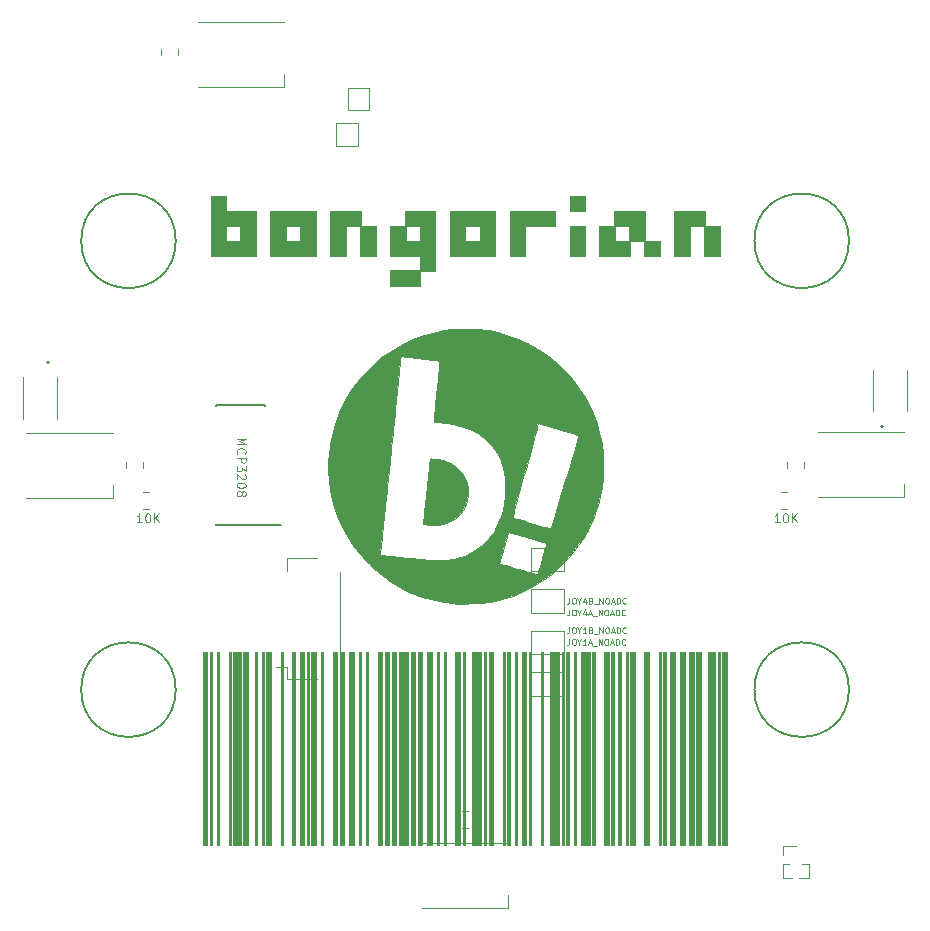
<source format=gto>
G04 #@! TF.GenerationSoftware,KiCad,Pcbnew,(5.0.0)*
G04 #@! TF.CreationDate,2018-11-07T01:04:36+09:00*
G04 #@! TF.ProjectId,handheld_machine_back,68616E6468656C645F6D616368696E65,rev?*
G04 #@! TF.SameCoordinates,Original*
G04 #@! TF.FileFunction,Legend,Top*
G04 #@! TF.FilePolarity,Positive*
%FSLAX46Y46*%
G04 Gerber Fmt 4.6, Leading zero omitted, Abs format (unit mm)*
G04 Created by KiCad (PCBNEW (5.0.0)) date 11/07/18 01:04:36*
%MOMM*%
%LPD*%
G01*
G04 APERTURE LIST*
%ADD10C,0.100000*%
%ADD11C,0.150000*%
%ADD12C,0.120000*%
%ADD13C,0.200000*%
%ADD14C,0.010000*%
G04 APERTURE END LIST*
D10*
X146826904Y-123226190D02*
X146826904Y-123583333D01*
X146803095Y-123654761D01*
X146755476Y-123702380D01*
X146684047Y-123726190D01*
X146636428Y-123726190D01*
X147160238Y-123226190D02*
X147255476Y-123226190D01*
X147303095Y-123250000D01*
X147350714Y-123297619D01*
X147374523Y-123392857D01*
X147374523Y-123559523D01*
X147350714Y-123654761D01*
X147303095Y-123702380D01*
X147255476Y-123726190D01*
X147160238Y-123726190D01*
X147112619Y-123702380D01*
X147065000Y-123654761D01*
X147041190Y-123559523D01*
X147041190Y-123392857D01*
X147065000Y-123297619D01*
X147112619Y-123250000D01*
X147160238Y-123226190D01*
X147684047Y-123488095D02*
X147684047Y-123726190D01*
X147517380Y-123226190D02*
X147684047Y-123488095D01*
X147850714Y-123226190D01*
X148231666Y-123392857D02*
X148231666Y-123726190D01*
X148112619Y-123202380D02*
X147993571Y-123559523D01*
X148303095Y-123559523D01*
X148660238Y-123464285D02*
X148731666Y-123488095D01*
X148755476Y-123511904D01*
X148779285Y-123559523D01*
X148779285Y-123630952D01*
X148755476Y-123678571D01*
X148731666Y-123702380D01*
X148684047Y-123726190D01*
X148493571Y-123726190D01*
X148493571Y-123226190D01*
X148660238Y-123226190D01*
X148707857Y-123250000D01*
X148731666Y-123273809D01*
X148755476Y-123321428D01*
X148755476Y-123369047D01*
X148731666Y-123416666D01*
X148707857Y-123440476D01*
X148660238Y-123464285D01*
X148493571Y-123464285D01*
X148874523Y-123773809D02*
X149255476Y-123773809D01*
X149374523Y-123726190D02*
X149374523Y-123226190D01*
X149660238Y-123726190D01*
X149660238Y-123226190D01*
X149993571Y-123226190D02*
X150088809Y-123226190D01*
X150136428Y-123250000D01*
X150184047Y-123297619D01*
X150207857Y-123392857D01*
X150207857Y-123559523D01*
X150184047Y-123654761D01*
X150136428Y-123702380D01*
X150088809Y-123726190D01*
X149993571Y-123726190D01*
X149945952Y-123702380D01*
X149898333Y-123654761D01*
X149874523Y-123559523D01*
X149874523Y-123392857D01*
X149898333Y-123297619D01*
X149945952Y-123250000D01*
X149993571Y-123226190D01*
X150398333Y-123583333D02*
X150636428Y-123583333D01*
X150350714Y-123726190D02*
X150517380Y-123226190D01*
X150684047Y-123726190D01*
X150850714Y-123726190D02*
X150850714Y-123226190D01*
X150969761Y-123226190D01*
X151041190Y-123250000D01*
X151088809Y-123297619D01*
X151112619Y-123345238D01*
X151136428Y-123440476D01*
X151136428Y-123511904D01*
X151112619Y-123607142D01*
X151088809Y-123654761D01*
X151041190Y-123702380D01*
X150969761Y-123726190D01*
X150850714Y-123726190D01*
X151636428Y-123678571D02*
X151612619Y-123702380D01*
X151541190Y-123726190D01*
X151493571Y-123726190D01*
X151422142Y-123702380D01*
X151374523Y-123654761D01*
X151350714Y-123607142D01*
X151326904Y-123511904D01*
X151326904Y-123440476D01*
X151350714Y-123345238D01*
X151374523Y-123297619D01*
X151422142Y-123250000D01*
X151493571Y-123226190D01*
X151541190Y-123226190D01*
X151612619Y-123250000D01*
X151636428Y-123273809D01*
X146826904Y-124226190D02*
X146826904Y-124583333D01*
X146803095Y-124654761D01*
X146755476Y-124702380D01*
X146684047Y-124726190D01*
X146636428Y-124726190D01*
X147160238Y-124226190D02*
X147255476Y-124226190D01*
X147303095Y-124250000D01*
X147350714Y-124297619D01*
X147374523Y-124392857D01*
X147374523Y-124559523D01*
X147350714Y-124654761D01*
X147303095Y-124702380D01*
X147255476Y-124726190D01*
X147160238Y-124726190D01*
X147112619Y-124702380D01*
X147065000Y-124654761D01*
X147041190Y-124559523D01*
X147041190Y-124392857D01*
X147065000Y-124297619D01*
X147112619Y-124250000D01*
X147160238Y-124226190D01*
X147684047Y-124488095D02*
X147684047Y-124726190D01*
X147517380Y-124226190D02*
X147684047Y-124488095D01*
X147850714Y-124226190D01*
X148231666Y-124392857D02*
X148231666Y-124726190D01*
X148112619Y-124202380D02*
X147993571Y-124559523D01*
X148303095Y-124559523D01*
X148469761Y-124583333D02*
X148707857Y-124583333D01*
X148422142Y-124726190D02*
X148588809Y-124226190D01*
X148755476Y-124726190D01*
X148803095Y-124773809D02*
X149184047Y-124773809D01*
X149303095Y-124726190D02*
X149303095Y-124226190D01*
X149588809Y-124726190D01*
X149588809Y-124226190D01*
X149922142Y-124226190D02*
X150017380Y-124226190D01*
X150065000Y-124250000D01*
X150112619Y-124297619D01*
X150136428Y-124392857D01*
X150136428Y-124559523D01*
X150112619Y-124654761D01*
X150065000Y-124702380D01*
X150017380Y-124726190D01*
X149922142Y-124726190D01*
X149874523Y-124702380D01*
X149826904Y-124654761D01*
X149803095Y-124559523D01*
X149803095Y-124392857D01*
X149826904Y-124297619D01*
X149874523Y-124250000D01*
X149922142Y-124226190D01*
X150326904Y-124583333D02*
X150565000Y-124583333D01*
X150279285Y-124726190D02*
X150445952Y-124226190D01*
X150612619Y-124726190D01*
X150779285Y-124726190D02*
X150779285Y-124226190D01*
X150898333Y-124226190D01*
X150969761Y-124250000D01*
X151017380Y-124297619D01*
X151041190Y-124345238D01*
X151065000Y-124440476D01*
X151065000Y-124511904D01*
X151041190Y-124607142D01*
X151017380Y-124654761D01*
X150969761Y-124702380D01*
X150898333Y-124726190D01*
X150779285Y-124726190D01*
X151565000Y-124678571D02*
X151541190Y-124702380D01*
X151469761Y-124726190D01*
X151422142Y-124726190D01*
X151350714Y-124702380D01*
X151303095Y-124654761D01*
X151279285Y-124607142D01*
X151255476Y-124511904D01*
X151255476Y-124440476D01*
X151279285Y-124345238D01*
X151303095Y-124297619D01*
X151350714Y-124250000D01*
X151422142Y-124226190D01*
X151469761Y-124226190D01*
X151541190Y-124250000D01*
X151565000Y-124273809D01*
X146826904Y-125726190D02*
X146826904Y-126083333D01*
X146803095Y-126154761D01*
X146755476Y-126202380D01*
X146684047Y-126226190D01*
X146636428Y-126226190D01*
X147160238Y-125726190D02*
X147255476Y-125726190D01*
X147303095Y-125750000D01*
X147350714Y-125797619D01*
X147374523Y-125892857D01*
X147374523Y-126059523D01*
X147350714Y-126154761D01*
X147303095Y-126202380D01*
X147255476Y-126226190D01*
X147160238Y-126226190D01*
X147112619Y-126202380D01*
X147065000Y-126154761D01*
X147041190Y-126059523D01*
X147041190Y-125892857D01*
X147065000Y-125797619D01*
X147112619Y-125750000D01*
X147160238Y-125726190D01*
X147684047Y-125988095D02*
X147684047Y-126226190D01*
X147517380Y-125726190D02*
X147684047Y-125988095D01*
X147850714Y-125726190D01*
X148279285Y-126226190D02*
X147993571Y-126226190D01*
X148136428Y-126226190D02*
X148136428Y-125726190D01*
X148088809Y-125797619D01*
X148041190Y-125845238D01*
X147993571Y-125869047D01*
X148660238Y-125964285D02*
X148731666Y-125988095D01*
X148755476Y-126011904D01*
X148779285Y-126059523D01*
X148779285Y-126130952D01*
X148755476Y-126178571D01*
X148731666Y-126202380D01*
X148684047Y-126226190D01*
X148493571Y-126226190D01*
X148493571Y-125726190D01*
X148660238Y-125726190D01*
X148707857Y-125750000D01*
X148731666Y-125773809D01*
X148755476Y-125821428D01*
X148755476Y-125869047D01*
X148731666Y-125916666D01*
X148707857Y-125940476D01*
X148660238Y-125964285D01*
X148493571Y-125964285D01*
X148874523Y-126273809D02*
X149255476Y-126273809D01*
X149374523Y-126226190D02*
X149374523Y-125726190D01*
X149660238Y-126226190D01*
X149660238Y-125726190D01*
X149993571Y-125726190D02*
X150088809Y-125726190D01*
X150136428Y-125750000D01*
X150184047Y-125797619D01*
X150207857Y-125892857D01*
X150207857Y-126059523D01*
X150184047Y-126154761D01*
X150136428Y-126202380D01*
X150088809Y-126226190D01*
X149993571Y-126226190D01*
X149945952Y-126202380D01*
X149898333Y-126154761D01*
X149874523Y-126059523D01*
X149874523Y-125892857D01*
X149898333Y-125797619D01*
X149945952Y-125750000D01*
X149993571Y-125726190D01*
X150398333Y-126083333D02*
X150636428Y-126083333D01*
X150350714Y-126226190D02*
X150517380Y-125726190D01*
X150684047Y-126226190D01*
X150850714Y-126226190D02*
X150850714Y-125726190D01*
X150969761Y-125726190D01*
X151041190Y-125750000D01*
X151088809Y-125797619D01*
X151112619Y-125845238D01*
X151136428Y-125940476D01*
X151136428Y-126011904D01*
X151112619Y-126107142D01*
X151088809Y-126154761D01*
X151041190Y-126202380D01*
X150969761Y-126226190D01*
X150850714Y-126226190D01*
X151636428Y-126178571D02*
X151612619Y-126202380D01*
X151541190Y-126226190D01*
X151493571Y-126226190D01*
X151422142Y-126202380D01*
X151374523Y-126154761D01*
X151350714Y-126107142D01*
X151326904Y-126011904D01*
X151326904Y-125940476D01*
X151350714Y-125845238D01*
X151374523Y-125797619D01*
X151422142Y-125750000D01*
X151493571Y-125726190D01*
X151541190Y-125726190D01*
X151612619Y-125750000D01*
X151636428Y-125773809D01*
X146826904Y-126726190D02*
X146826904Y-127083333D01*
X146803095Y-127154761D01*
X146755476Y-127202380D01*
X146684047Y-127226190D01*
X146636428Y-127226190D01*
X147160238Y-126726190D02*
X147255476Y-126726190D01*
X147303095Y-126750000D01*
X147350714Y-126797619D01*
X147374523Y-126892857D01*
X147374523Y-127059523D01*
X147350714Y-127154761D01*
X147303095Y-127202380D01*
X147255476Y-127226190D01*
X147160238Y-127226190D01*
X147112619Y-127202380D01*
X147065000Y-127154761D01*
X147041190Y-127059523D01*
X147041190Y-126892857D01*
X147065000Y-126797619D01*
X147112619Y-126750000D01*
X147160238Y-126726190D01*
X147684047Y-126988095D02*
X147684047Y-127226190D01*
X147517380Y-126726190D02*
X147684047Y-126988095D01*
X147850714Y-126726190D01*
X148279285Y-127226190D02*
X147993571Y-127226190D01*
X148136428Y-127226190D02*
X148136428Y-126726190D01*
X148088809Y-126797619D01*
X148041190Y-126845238D01*
X147993571Y-126869047D01*
X148469761Y-127083333D02*
X148707857Y-127083333D01*
X148422142Y-127226190D02*
X148588809Y-126726190D01*
X148755476Y-127226190D01*
X148803095Y-127273809D02*
X149184047Y-127273809D01*
X149303095Y-127226190D02*
X149303095Y-126726190D01*
X149588809Y-127226190D01*
X149588809Y-126726190D01*
X149922142Y-126726190D02*
X150017380Y-126726190D01*
X150065000Y-126750000D01*
X150112619Y-126797619D01*
X150136428Y-126892857D01*
X150136428Y-127059523D01*
X150112619Y-127154761D01*
X150065000Y-127202380D01*
X150017380Y-127226190D01*
X149922142Y-127226190D01*
X149874523Y-127202380D01*
X149826904Y-127154761D01*
X149803095Y-127059523D01*
X149803095Y-126892857D01*
X149826904Y-126797619D01*
X149874523Y-126750000D01*
X149922142Y-126726190D01*
X150326904Y-127083333D02*
X150565000Y-127083333D01*
X150279285Y-127226190D02*
X150445952Y-126726190D01*
X150612619Y-127226190D01*
X150779285Y-127226190D02*
X150779285Y-126726190D01*
X150898333Y-126726190D01*
X150969761Y-126750000D01*
X151017380Y-126797619D01*
X151041190Y-126845238D01*
X151065000Y-126940476D01*
X151065000Y-127011904D01*
X151041190Y-127107142D01*
X151017380Y-127154761D01*
X150969761Y-127202380D01*
X150898333Y-127226190D01*
X150779285Y-127226190D01*
X151565000Y-127178571D02*
X151541190Y-127202380D01*
X151469761Y-127226190D01*
X151422142Y-127226190D01*
X151350714Y-127202380D01*
X151303095Y-127154761D01*
X151279285Y-127107142D01*
X151255476Y-127011904D01*
X151255476Y-126940476D01*
X151279285Y-126845238D01*
X151303095Y-126797619D01*
X151350714Y-126750000D01*
X151422142Y-126726190D01*
X151469761Y-126726190D01*
X151541190Y-126750000D01*
X151565000Y-126773809D01*
X164636428Y-116839285D02*
X164207857Y-116839285D01*
X164422142Y-116839285D02*
X164422142Y-116089285D01*
X164350714Y-116196428D01*
X164279285Y-116267857D01*
X164207857Y-116303571D01*
X165100714Y-116089285D02*
X165172142Y-116089285D01*
X165243571Y-116125000D01*
X165279285Y-116160714D01*
X165315000Y-116232142D01*
X165350714Y-116375000D01*
X165350714Y-116553571D01*
X165315000Y-116696428D01*
X165279285Y-116767857D01*
X165243571Y-116803571D01*
X165172142Y-116839285D01*
X165100714Y-116839285D01*
X165029285Y-116803571D01*
X164993571Y-116767857D01*
X164957857Y-116696428D01*
X164922142Y-116553571D01*
X164922142Y-116375000D01*
X164957857Y-116232142D01*
X164993571Y-116160714D01*
X165029285Y-116125000D01*
X165100714Y-116089285D01*
X165672142Y-116839285D02*
X165672142Y-116089285D01*
X166100714Y-116839285D02*
X165779285Y-116410714D01*
X166100714Y-116089285D02*
X165672142Y-116517857D01*
X110636428Y-116839285D02*
X110207857Y-116839285D01*
X110422142Y-116839285D02*
X110422142Y-116089285D01*
X110350714Y-116196428D01*
X110279285Y-116267857D01*
X110207857Y-116303571D01*
X111100714Y-116089285D02*
X111172142Y-116089285D01*
X111243571Y-116125000D01*
X111279285Y-116160714D01*
X111315000Y-116232142D01*
X111350714Y-116375000D01*
X111350714Y-116553571D01*
X111315000Y-116696428D01*
X111279285Y-116767857D01*
X111243571Y-116803571D01*
X111172142Y-116839285D01*
X111100714Y-116839285D01*
X111029285Y-116803571D01*
X110993571Y-116767857D01*
X110957857Y-116696428D01*
X110922142Y-116553571D01*
X110922142Y-116375000D01*
X110957857Y-116232142D01*
X110993571Y-116160714D01*
X111029285Y-116125000D01*
X111100714Y-116089285D01*
X111672142Y-116839285D02*
X111672142Y-116089285D01*
X112100714Y-116839285D02*
X111779285Y-116410714D01*
X112100714Y-116089285D02*
X111672142Y-116517857D01*
X118660714Y-109743571D02*
X119410714Y-109743571D01*
X118875000Y-109993571D01*
X119410714Y-110243571D01*
X118660714Y-110243571D01*
X118732142Y-111029285D02*
X118696428Y-110993571D01*
X118660714Y-110886428D01*
X118660714Y-110815000D01*
X118696428Y-110707857D01*
X118767857Y-110636428D01*
X118839285Y-110600714D01*
X118982142Y-110565000D01*
X119089285Y-110565000D01*
X119232142Y-110600714D01*
X119303571Y-110636428D01*
X119375000Y-110707857D01*
X119410714Y-110815000D01*
X119410714Y-110886428D01*
X119375000Y-110993571D01*
X119339285Y-111029285D01*
X118660714Y-111350714D02*
X119410714Y-111350714D01*
X119410714Y-111636428D01*
X119375000Y-111707857D01*
X119339285Y-111743571D01*
X119267857Y-111779285D01*
X119160714Y-111779285D01*
X119089285Y-111743571D01*
X119053571Y-111707857D01*
X119017857Y-111636428D01*
X119017857Y-111350714D01*
X119410714Y-112029285D02*
X119410714Y-112493571D01*
X119125000Y-112243571D01*
X119125000Y-112350714D01*
X119089285Y-112422142D01*
X119053571Y-112457857D01*
X118982142Y-112493571D01*
X118803571Y-112493571D01*
X118732142Y-112457857D01*
X118696428Y-112422142D01*
X118660714Y-112350714D01*
X118660714Y-112136428D01*
X118696428Y-112065000D01*
X118732142Y-112029285D01*
X119339285Y-112779285D02*
X119375000Y-112815000D01*
X119410714Y-112886428D01*
X119410714Y-113065000D01*
X119375000Y-113136428D01*
X119339285Y-113172142D01*
X119267857Y-113207857D01*
X119196428Y-113207857D01*
X119089285Y-113172142D01*
X118660714Y-112743571D01*
X118660714Y-113207857D01*
X119410714Y-113672142D02*
X119410714Y-113743571D01*
X119375000Y-113815000D01*
X119339285Y-113850714D01*
X119267857Y-113886428D01*
X119125000Y-113922142D01*
X118946428Y-113922142D01*
X118803571Y-113886428D01*
X118732142Y-113850714D01*
X118696428Y-113815000D01*
X118660714Y-113743571D01*
X118660714Y-113672142D01*
X118696428Y-113600714D01*
X118732142Y-113565000D01*
X118803571Y-113529285D01*
X118946428Y-113493571D01*
X119125000Y-113493571D01*
X119267857Y-113529285D01*
X119339285Y-113565000D01*
X119375000Y-113600714D01*
X119410714Y-113672142D01*
X119089285Y-114350714D02*
X119125000Y-114279285D01*
X119160714Y-114243571D01*
X119232142Y-114207857D01*
X119267857Y-114207857D01*
X119339285Y-114243571D01*
X119375000Y-114279285D01*
X119410714Y-114350714D01*
X119410714Y-114493571D01*
X119375000Y-114565000D01*
X119339285Y-114600714D01*
X119267857Y-114636428D01*
X119232142Y-114636428D01*
X119160714Y-114600714D01*
X119125000Y-114565000D01*
X119089285Y-114493571D01*
X119089285Y-114350714D01*
X119053571Y-114279285D01*
X119017857Y-114243571D01*
X118946428Y-114207857D01*
X118803571Y-114207857D01*
X118732142Y-114243571D01*
X118696428Y-114279285D01*
X118660714Y-114350714D01*
X118660714Y-114493571D01*
X118696428Y-114565000D01*
X118732142Y-114600714D01*
X118803571Y-114636428D01*
X118946428Y-114636428D01*
X119017857Y-114600714D01*
X119053571Y-114565000D01*
X119089285Y-114493571D01*
D11*
G04 #@! TO.C,U4*
X113500000Y-131000000D02*
G75*
G03X113500000Y-131000000I-4000000J0D01*
G01*
G04 #@! TO.C,U3*
X170500000Y-131000000D02*
G75*
G03X170500000Y-131000000I-4000000J0D01*
G01*
G04 #@! TO.C,U2*
X170500000Y-93000000D02*
G75*
G03X170500000Y-93000000I-4000000J0D01*
G01*
G04 #@! TO.C,U1*
X113500000Y-93000000D02*
G75*
G03X113500000Y-93000000I-4000000J0D01*
G01*
D12*
G04 #@! TO.C,R1*
X164713748Y-115710000D02*
X165236252Y-115710000D01*
X164713748Y-114290000D02*
X165236252Y-114290000D01*
G04 #@! TO.C,R2*
X111261252Y-115710000D02*
X110738748Y-115710000D01*
X111261252Y-114290000D02*
X110738748Y-114290000D01*
D13*
G04 #@! TO.C,S1*
X102800000Y-103300000D02*
G75*
G03X102600000Y-103300000I-100000J0D01*
G01*
X102600000Y-103300000D02*
G75*
G03X102800000Y-103300000I100000J0D01*
G01*
X102600000Y-103300000D02*
X102600000Y-103300000D01*
X102800000Y-103300000D02*
X102800000Y-103300000D01*
D10*
X100550000Y-104550000D02*
X100550000Y-108050000D01*
X103450000Y-104550000D02*
X103450000Y-108100000D01*
G04 #@! TO.C,S2*
X172550000Y-107450000D02*
X172550000Y-103900000D01*
X175450000Y-107450000D02*
X175450000Y-103950000D01*
D13*
X173200000Y-108700000D02*
X173200000Y-108700000D01*
X173400000Y-108700000D02*
X173400000Y-108700000D01*
X173400000Y-108700000D02*
G75*
G03X173200000Y-108700000I-100000J0D01*
G01*
X173200000Y-108700000D02*
G75*
G03X173400000Y-108700000I100000J0D01*
G01*
D11*
G04 #@! TO.C,U5*
X121075000Y-117075000D02*
X121075000Y-117050000D01*
X116925000Y-117075000D02*
X116925000Y-116970000D01*
X116925000Y-106925000D02*
X116925000Y-107030000D01*
X121075000Y-106925000D02*
X121075000Y-107030000D01*
X121075000Y-117075000D02*
X116925000Y-117075000D01*
X121075000Y-106925000D02*
X116925000Y-106925000D01*
X121075000Y-117050000D02*
X122450000Y-117050000D01*
D12*
G04 #@! TO.C,C1*
X112290000Y-76738748D02*
X112290000Y-77261252D01*
X113710000Y-76738748D02*
X113710000Y-77261252D01*
G04 #@! TO.C,C2*
X137738748Y-141290000D02*
X138261252Y-141290000D01*
X137738748Y-142710000D02*
X138261252Y-142710000D01*
G04 #@! TO.C,C3*
X109290000Y-111738748D02*
X109290000Y-112261252D01*
X110710000Y-111738748D02*
X110710000Y-112261252D01*
G04 #@! TO.C,C4*
X166710000Y-111738748D02*
X166710000Y-112261252D01*
X165290000Y-111738748D02*
X165290000Y-112261252D01*
G04 #@! TO.C,D1*
X115350000Y-74500000D02*
X122650000Y-74500000D01*
X115350000Y-80000000D02*
X122650000Y-80000000D01*
X122650000Y-80000000D02*
X122650000Y-78850000D01*
G04 #@! TO.C,D2*
X141650000Y-149500000D02*
X141650000Y-148350000D01*
X134350000Y-149500000D02*
X141650000Y-149500000D01*
X134350000Y-144000000D02*
X141650000Y-144000000D01*
G04 #@! TO.C,D3*
X100850000Y-109291000D02*
X108150000Y-109291000D01*
X100850000Y-114791000D02*
X108150000Y-114791000D01*
X108150000Y-114791000D02*
X108150000Y-113641000D01*
G04 #@! TO.C,D4*
X175150000Y-114709000D02*
X175150000Y-113559000D01*
X167850000Y-114709000D02*
X175150000Y-114709000D01*
X167850000Y-109209000D02*
X175150000Y-109209000D01*
G04 #@! TO.C,J2*
X127435000Y-128940000D02*
X127435000Y-121060000D01*
X122965000Y-119890000D02*
X122965000Y-120940000D01*
X125465000Y-119890000D02*
X122965000Y-119890000D01*
X122965000Y-129060000D02*
X121975000Y-129060000D01*
X122965000Y-130110000D02*
X122965000Y-129060000D01*
X125465000Y-130110000D02*
X122965000Y-130110000D01*
G04 #@! TO.C,JP3*
X143600000Y-121000000D02*
X143600000Y-119000000D01*
X146400000Y-121000000D02*
X143600000Y-121000000D01*
X146400000Y-119000000D02*
X146400000Y-121000000D01*
X143600000Y-119000000D02*
X146400000Y-119000000D01*
G04 #@! TO.C,JP4*
X143600000Y-122500000D02*
X146400000Y-122500000D01*
X146400000Y-122500000D02*
X146400000Y-124500000D01*
X146400000Y-124500000D02*
X143600000Y-124500000D01*
X143600000Y-124500000D02*
X143600000Y-122500000D01*
G04 #@! TO.C,JP5*
X143600000Y-128000000D02*
X143600000Y-126000000D01*
X146400000Y-128000000D02*
X143600000Y-128000000D01*
X146400000Y-126000000D02*
X146400000Y-128000000D01*
X143600000Y-126000000D02*
X146400000Y-126000000D01*
G04 #@! TO.C,JP6*
X143600000Y-129500000D02*
X146400000Y-129500000D01*
X146400000Y-129500000D02*
X146400000Y-131500000D01*
X146400000Y-131500000D02*
X143600000Y-131500000D01*
X143600000Y-131500000D02*
X143600000Y-129500000D01*
G04 #@! TO.C,TP1*
X128050000Y-80050000D02*
X128050000Y-81950000D01*
X128050000Y-81950000D02*
X129900000Y-81950000D01*
X129900000Y-81950000D02*
X129900000Y-80100000D01*
X129900000Y-80100000D02*
X129900000Y-80050000D01*
X129900000Y-80050000D02*
X128050000Y-80050000D01*
G04 #@! TO.C,TP2*
X128900000Y-83050000D02*
X127050000Y-83050000D01*
X128900000Y-83100000D02*
X128900000Y-83050000D01*
X128900000Y-84950000D02*
X128900000Y-83100000D01*
X127050000Y-84950000D02*
X128900000Y-84950000D01*
X127050000Y-83050000D02*
X127050000Y-84950000D01*
G04 #@! TO.C,J6*
X164890000Y-146965000D02*
X165692470Y-146965000D01*
X166307530Y-146965000D02*
X167110000Y-146965000D01*
X164890000Y-145760000D02*
X164890000Y-146965000D01*
X167110000Y-145760000D02*
X167110000Y-146965000D01*
X164890000Y-145760000D02*
X165436529Y-145760000D01*
X166563471Y-145760000D02*
X167110000Y-145760000D01*
X164890000Y-145000000D02*
X164890000Y-144240000D01*
X164890000Y-144240000D02*
X166000000Y-144240000D01*
D14*
G04 #@! TO.C,G\002A\002A\002A*
G36*
X138357390Y-100454843D02*
X138841267Y-100470188D01*
X139262893Y-100494921D01*
X139644438Y-100531976D01*
X140008071Y-100584289D01*
X140375962Y-100654793D01*
X140770281Y-100746422D01*
X140995687Y-100804063D01*
X141747902Y-101031979D01*
X142506636Y-101320457D01*
X143254586Y-101660836D01*
X143974447Y-102044457D01*
X144648914Y-102462658D01*
X145260684Y-102906779D01*
X145365732Y-102991193D01*
X146011648Y-103563884D01*
X146628119Y-104198933D01*
X147205468Y-104883467D01*
X147734020Y-105604618D01*
X148204098Y-106349515D01*
X148606025Y-107105288D01*
X148823774Y-107590551D01*
X149139406Y-108439172D01*
X149381414Y-109291846D01*
X149552296Y-110161408D01*
X149654547Y-111060693D01*
X149690667Y-112002537D01*
X149690778Y-112046600D01*
X149690191Y-112386441D01*
X149686765Y-112662098D01*
X149679163Y-112894040D01*
X149666047Y-113102736D01*
X149646081Y-113308657D01*
X149617928Y-113532270D01*
X149580251Y-113794045D01*
X149573870Y-113836704D01*
X149456192Y-114488043D01*
X149300325Y-115141719D01*
X149112275Y-115778229D01*
X148898043Y-116378071D01*
X148663632Y-116921741D01*
X148560666Y-117128524D01*
X148489181Y-117274325D01*
X148436978Y-117397322D01*
X148414261Y-117473216D01*
X148414000Y-117477774D01*
X148396212Y-117536927D01*
X148379171Y-117545667D01*
X148340932Y-117579935D01*
X148283018Y-117667032D01*
X148250609Y-117725584D01*
X147949255Y-118248631D01*
X147582816Y-118791743D01*
X147163480Y-119340390D01*
X146703440Y-119880042D01*
X146214885Y-120396171D01*
X145710007Y-120874247D01*
X145353419Y-121178471D01*
X144595904Y-121740759D01*
X143784629Y-122241016D01*
X142926593Y-122676171D01*
X142028796Y-123043154D01*
X141098239Y-123338894D01*
X140141923Y-123560323D01*
X139778000Y-123623588D01*
X139612161Y-123643050D01*
X139378507Y-123661138D01*
X139093693Y-123677390D01*
X138774374Y-123691346D01*
X138437206Y-123702543D01*
X138098843Y-123710522D01*
X137775943Y-123714820D01*
X137485159Y-123714977D01*
X137243147Y-123710531D01*
X137066563Y-123701020D01*
X137047500Y-123699206D01*
X136216959Y-123590222D01*
X135436124Y-123437438D01*
X134679231Y-123235434D01*
X134359334Y-123133631D01*
X133448053Y-122788645D01*
X132584187Y-122375895D01*
X131763759Y-121892865D01*
X130982793Y-121337037D01*
X130237313Y-120705893D01*
X129841124Y-120320097D01*
X140887659Y-120320097D01*
X140887885Y-120320663D01*
X140930250Y-120335050D01*
X141045229Y-120370216D01*
X141224054Y-120423581D01*
X141457960Y-120492561D01*
X141738179Y-120574576D01*
X142055946Y-120667042D01*
X142402494Y-120767379D01*
X142509461Y-120798254D01*
X142917409Y-120915548D01*
X143251550Y-121010571D01*
X143519258Y-121085095D01*
X143727906Y-121140893D01*
X143884867Y-121179737D01*
X143997517Y-121203399D01*
X144073227Y-121213652D01*
X144119373Y-121212269D01*
X144143327Y-121201021D01*
X144149216Y-121192405D01*
X144168605Y-121135507D01*
X144208124Y-121007796D01*
X144264625Y-120819862D01*
X144334961Y-120582296D01*
X144415983Y-120305689D01*
X144504543Y-120000630D01*
X144540550Y-119875867D01*
X144628779Y-119565301D01*
X144707120Y-119281074D01*
X144772976Y-119033306D01*
X144823748Y-118832114D01*
X144856838Y-118687614D01*
X144869646Y-118609924D01*
X144868334Y-118599633D01*
X144820393Y-118580384D01*
X144702430Y-118541858D01*
X144525965Y-118487553D01*
X144302521Y-118420969D01*
X144043621Y-118345605D01*
X143842000Y-118287949D01*
X143522266Y-118197109D01*
X143190230Y-118102647D01*
X142867410Y-118010692D01*
X142575325Y-117927377D01*
X142335495Y-117858832D01*
X142266607Y-117839100D01*
X142057836Y-117779617D01*
X141879610Y-117729533D01*
X141746987Y-117693024D01*
X141675023Y-117674270D01*
X141666759Y-117672667D01*
X141654804Y-117684057D01*
X141636529Y-117722943D01*
X141609741Y-117796398D01*
X141572245Y-117911497D01*
X141521850Y-118075313D01*
X141456359Y-118294919D01*
X141373581Y-118577390D01*
X141271320Y-118929799D01*
X141195933Y-119190813D01*
X141112176Y-119483337D01*
X141037533Y-119748209D01*
X140974882Y-119974876D01*
X140927101Y-120152782D01*
X140897068Y-120271374D01*
X140887659Y-120320097D01*
X129841124Y-120320097D01*
X129702667Y-120185273D01*
X129173180Y-119595633D01*
X130808455Y-119595633D01*
X130808735Y-119596068D01*
X130853390Y-119604225D01*
X130970926Y-119619588D01*
X131149987Y-119640841D01*
X131379216Y-119666672D01*
X131647258Y-119695766D01*
X131904000Y-119722794D01*
X132237555Y-119757438D01*
X132579884Y-119793019D01*
X132910442Y-119827401D01*
X133208685Y-119858446D01*
X133454067Y-119884017D01*
X133555000Y-119894550D01*
X134031712Y-119943634D01*
X134432239Y-119983219D01*
X134764457Y-120013916D01*
X135036242Y-120036337D01*
X135255469Y-120051094D01*
X135430014Y-120058797D01*
X135567754Y-120060058D01*
X135650500Y-120057210D01*
X135747457Y-120051680D01*
X135903167Y-120042838D01*
X136091853Y-120032147D01*
X136200834Y-120025982D01*
X136393523Y-120013562D01*
X136564333Y-119999807D01*
X136688897Y-119986811D01*
X136730000Y-119980518D01*
X136847685Y-119957685D01*
X136982964Y-119932825D01*
X136984000Y-119932641D01*
X137116726Y-119905710D01*
X137278519Y-119868547D01*
X137343834Y-119852367D01*
X137996339Y-119646679D01*
X138594381Y-119376431D01*
X139137151Y-119042562D01*
X139623837Y-118646007D01*
X140053631Y-118187705D01*
X140425721Y-117668593D01*
X140739299Y-117089607D01*
X140993553Y-116451686D01*
X141006219Y-116406278D01*
X142031067Y-116406278D01*
X142031441Y-116410823D01*
X142072602Y-116428858D01*
X142184487Y-116467259D01*
X142356494Y-116522848D01*
X142578019Y-116592447D01*
X142838458Y-116672879D01*
X143127210Y-116760966D01*
X143433670Y-116853530D01*
X143747236Y-116947394D01*
X144057304Y-117039379D01*
X144353272Y-117126309D01*
X144624536Y-117205005D01*
X144860493Y-117272290D01*
X145050540Y-117324986D01*
X145184074Y-117359916D01*
X145240052Y-117372419D01*
X145256643Y-117334114D01*
X145294989Y-117223026D01*
X145352457Y-117047450D01*
X145426415Y-116815680D01*
X145514229Y-116536011D01*
X145613267Y-116216739D01*
X145720896Y-115866158D01*
X145786369Y-115651250D01*
X146067379Y-114725434D01*
X146325893Y-113871943D01*
X146561693Y-113091516D01*
X146774556Y-112384893D01*
X146964265Y-111752817D01*
X147130597Y-111196027D01*
X147273333Y-110715263D01*
X147392253Y-110311267D01*
X147487136Y-109984778D01*
X147557763Y-109736538D01*
X147603913Y-109567287D01*
X147625365Y-109477764D01*
X147626542Y-109462765D01*
X147582562Y-109446900D01*
X147465701Y-109410370D01*
X147284507Y-109355703D01*
X147047528Y-109285424D01*
X146763311Y-109202061D01*
X146440404Y-109108140D01*
X146087355Y-109006187D01*
X145893636Y-108950533D01*
X144182114Y-108459687D01*
X144120182Y-108674094D01*
X144094776Y-108764535D01*
X144050243Y-108925781D01*
X143989568Y-109146909D01*
X143915739Y-109416997D01*
X143831741Y-109725120D01*
X143740561Y-110060356D01*
X143656469Y-110370167D01*
X143385966Y-111366234D01*
X143123350Y-112330099D01*
X142860605Y-113291086D01*
X142589715Y-114278523D01*
X142339720Y-115187218D01*
X142257206Y-115490289D01*
X142183524Y-115767677D01*
X142121372Y-116008678D01*
X142073447Y-116202582D01*
X142042446Y-116338685D01*
X142031067Y-116406278D01*
X141006219Y-116406278D01*
X141187675Y-115755766D01*
X141276410Y-115302000D01*
X141317171Y-115051452D01*
X141346885Y-114847907D01*
X141367319Y-114668540D01*
X141380241Y-114490523D01*
X141387419Y-114291029D01*
X141390618Y-114047232D01*
X141391482Y-113815600D01*
X141388864Y-113478578D01*
X141378473Y-113202143D01*
X141358619Y-112962435D01*
X141327611Y-112735593D01*
X141306338Y-112613834D01*
X141148680Y-111960511D01*
X140929031Y-111364643D01*
X140647075Y-110825679D01*
X140302496Y-110343072D01*
X139894981Y-109916270D01*
X139633623Y-109697140D01*
X139199567Y-109387083D01*
X138760314Y-109128196D01*
X138297377Y-108912084D01*
X137792273Y-108730354D01*
X137226517Y-108574608D01*
X137092604Y-108543119D01*
X136980636Y-108521367D01*
X136809687Y-108492802D01*
X136597901Y-108459984D01*
X136363426Y-108425475D01*
X136124407Y-108391839D01*
X135898992Y-108361636D01*
X135705326Y-108337428D01*
X135561556Y-108321777D01*
X135491750Y-108317115D01*
X135389682Y-108307644D01*
X135335601Y-108284304D01*
X135333000Y-108277114D01*
X135337173Y-108224327D01*
X135349041Y-108096997D01*
X135367626Y-107904804D01*
X135391950Y-107657425D01*
X135421035Y-107364540D01*
X135453905Y-107035827D01*
X135489580Y-106680966D01*
X135527084Y-106309634D01*
X135565439Y-105931511D01*
X135603667Y-105556275D01*
X135640790Y-105193606D01*
X135675831Y-104853181D01*
X135707812Y-104544680D01*
X135735756Y-104277781D01*
X135758684Y-104062164D01*
X135760052Y-104049464D01*
X135786381Y-103793288D01*
X135807462Y-103564444D01*
X135822210Y-103376833D01*
X135829543Y-103244352D01*
X135828379Y-103180900D01*
X135827852Y-103179131D01*
X135775764Y-103151648D01*
X135640338Y-103121436D01*
X135422853Y-103088723D01*
X135124587Y-103053734D01*
X135115181Y-103052734D01*
X134776992Y-103016647D01*
X134426355Y-102978842D01*
X134076062Y-102940732D01*
X133738907Y-102903732D01*
X133427684Y-102869256D01*
X133155185Y-102838718D01*
X132934205Y-102813532D01*
X132777537Y-102795113D01*
X132723129Y-102788341D01*
X132547425Y-102765517D01*
X132522358Y-102927175D01*
X132508020Y-103036966D01*
X132489172Y-103205285D01*
X132468606Y-103406312D01*
X132454514Y-103554500D01*
X132431666Y-103794536D01*
X132405998Y-104050673D01*
X132381561Y-104282953D01*
X132370805Y-104380000D01*
X132349579Y-104576606D01*
X132324781Y-104821632D01*
X132299984Y-105079134D01*
X132284516Y-105247834D01*
X132265041Y-105459277D01*
X132246299Y-105651042D01*
X132230521Y-105800970D01*
X132220552Y-105882834D01*
X132206227Y-105996072D01*
X132186023Y-106176772D01*
X132161616Y-106408065D01*
X132134685Y-106673084D01*
X132106907Y-106954960D01*
X132079959Y-107236826D01*
X132055520Y-107501814D01*
X132035267Y-107733057D01*
X132028983Y-107809000D01*
X132011221Y-108016655D01*
X131993418Y-108204824D01*
X131977846Y-108350558D01*
X131968244Y-108422834D01*
X131956675Y-108508779D01*
X131938445Y-108664851D01*
X131915022Y-108876902D01*
X131887871Y-109130784D01*
X131858459Y-109412348D01*
X131828254Y-109707446D01*
X131798722Y-110001929D01*
X131771330Y-110281649D01*
X131747545Y-110532458D01*
X131733435Y-110687667D01*
X131714834Y-110887361D01*
X131696382Y-111068091D01*
X131680683Y-111205173D01*
X131673188Y-111259167D01*
X131662323Y-111343665D01*
X131645780Y-111495059D01*
X131625352Y-111695912D01*
X131602831Y-111928783D01*
X131588321Y-112084667D01*
X131563053Y-112353415D01*
X131536421Y-112624839D01*
X131510971Y-112873717D01*
X131489254Y-113074824D01*
X131481381Y-113143000D01*
X131455700Y-113362368D01*
X131424986Y-113631267D01*
X131390944Y-113934117D01*
X131355281Y-114255333D01*
X131319703Y-114579335D01*
X131285914Y-114890538D01*
X131255621Y-115173361D01*
X131230529Y-115412222D01*
X131212344Y-115591537D01*
X131205659Y-115661834D01*
X131193499Y-115789543D01*
X131174434Y-115981757D01*
X131150039Y-116223283D01*
X131121888Y-116498931D01*
X131091555Y-116793511D01*
X131060616Y-117091832D01*
X131030643Y-117378703D01*
X131003212Y-117638934D01*
X130979896Y-117857333D01*
X130962271Y-118018711D01*
X130953392Y-118096000D01*
X130927136Y-118320218D01*
X130900399Y-118563030D01*
X130874585Y-118809886D01*
X130851096Y-119046238D01*
X130831336Y-119257537D01*
X130816707Y-119429235D01*
X130808612Y-119546783D01*
X130808455Y-119595633D01*
X129173180Y-119595633D01*
X129035535Y-119442352D01*
X128445857Y-118667735D01*
X127931185Y-117857730D01*
X127489070Y-117008647D01*
X127278428Y-116529667D01*
X126997004Y-115760748D01*
X126766857Y-114948715D01*
X126590701Y-114110862D01*
X126471251Y-113264479D01*
X126411222Y-112426859D01*
X126413327Y-111615293D01*
X126441102Y-111195667D01*
X126572709Y-110179857D01*
X126780706Y-109200323D01*
X127065382Y-108256231D01*
X127427028Y-107346744D01*
X127865934Y-106471025D01*
X128363685Y-105656164D01*
X128955303Y-104844001D01*
X129603930Y-104092701D01*
X130306712Y-103404479D01*
X131060798Y-102781550D01*
X131863334Y-102226128D01*
X132711468Y-101740430D01*
X133602348Y-101326669D01*
X134260086Y-101077498D01*
X134938161Y-100861377D01*
X135584253Y-100694469D01*
X136219969Y-100573490D01*
X136866918Y-100495156D01*
X137546706Y-100456185D01*
X138280941Y-100453292D01*
X138357390Y-100454843D01*
X138357390Y-100454843D01*
G37*
X138357390Y-100454843D02*
X138841267Y-100470188D01*
X139262893Y-100494921D01*
X139644438Y-100531976D01*
X140008071Y-100584289D01*
X140375962Y-100654793D01*
X140770281Y-100746422D01*
X140995687Y-100804063D01*
X141747902Y-101031979D01*
X142506636Y-101320457D01*
X143254586Y-101660836D01*
X143974447Y-102044457D01*
X144648914Y-102462658D01*
X145260684Y-102906779D01*
X145365732Y-102991193D01*
X146011648Y-103563884D01*
X146628119Y-104198933D01*
X147205468Y-104883467D01*
X147734020Y-105604618D01*
X148204098Y-106349515D01*
X148606025Y-107105288D01*
X148823774Y-107590551D01*
X149139406Y-108439172D01*
X149381414Y-109291846D01*
X149552296Y-110161408D01*
X149654547Y-111060693D01*
X149690667Y-112002537D01*
X149690778Y-112046600D01*
X149690191Y-112386441D01*
X149686765Y-112662098D01*
X149679163Y-112894040D01*
X149666047Y-113102736D01*
X149646081Y-113308657D01*
X149617928Y-113532270D01*
X149580251Y-113794045D01*
X149573870Y-113836704D01*
X149456192Y-114488043D01*
X149300325Y-115141719D01*
X149112275Y-115778229D01*
X148898043Y-116378071D01*
X148663632Y-116921741D01*
X148560666Y-117128524D01*
X148489181Y-117274325D01*
X148436978Y-117397322D01*
X148414261Y-117473216D01*
X148414000Y-117477774D01*
X148396212Y-117536927D01*
X148379171Y-117545667D01*
X148340932Y-117579935D01*
X148283018Y-117667032D01*
X148250609Y-117725584D01*
X147949255Y-118248631D01*
X147582816Y-118791743D01*
X147163480Y-119340390D01*
X146703440Y-119880042D01*
X146214885Y-120396171D01*
X145710007Y-120874247D01*
X145353419Y-121178471D01*
X144595904Y-121740759D01*
X143784629Y-122241016D01*
X142926593Y-122676171D01*
X142028796Y-123043154D01*
X141098239Y-123338894D01*
X140141923Y-123560323D01*
X139778000Y-123623588D01*
X139612161Y-123643050D01*
X139378507Y-123661138D01*
X139093693Y-123677390D01*
X138774374Y-123691346D01*
X138437206Y-123702543D01*
X138098843Y-123710522D01*
X137775943Y-123714820D01*
X137485159Y-123714977D01*
X137243147Y-123710531D01*
X137066563Y-123701020D01*
X137047500Y-123699206D01*
X136216959Y-123590222D01*
X135436124Y-123437438D01*
X134679231Y-123235434D01*
X134359334Y-123133631D01*
X133448053Y-122788645D01*
X132584187Y-122375895D01*
X131763759Y-121892865D01*
X130982793Y-121337037D01*
X130237313Y-120705893D01*
X129841124Y-120320097D01*
X140887659Y-120320097D01*
X140887885Y-120320663D01*
X140930250Y-120335050D01*
X141045229Y-120370216D01*
X141224054Y-120423581D01*
X141457960Y-120492561D01*
X141738179Y-120574576D01*
X142055946Y-120667042D01*
X142402494Y-120767379D01*
X142509461Y-120798254D01*
X142917409Y-120915548D01*
X143251550Y-121010571D01*
X143519258Y-121085095D01*
X143727906Y-121140893D01*
X143884867Y-121179737D01*
X143997517Y-121203399D01*
X144073227Y-121213652D01*
X144119373Y-121212269D01*
X144143327Y-121201021D01*
X144149216Y-121192405D01*
X144168605Y-121135507D01*
X144208124Y-121007796D01*
X144264625Y-120819862D01*
X144334961Y-120582296D01*
X144415983Y-120305689D01*
X144504543Y-120000630D01*
X144540550Y-119875867D01*
X144628779Y-119565301D01*
X144707120Y-119281074D01*
X144772976Y-119033306D01*
X144823748Y-118832114D01*
X144856838Y-118687614D01*
X144869646Y-118609924D01*
X144868334Y-118599633D01*
X144820393Y-118580384D01*
X144702430Y-118541858D01*
X144525965Y-118487553D01*
X144302521Y-118420969D01*
X144043621Y-118345605D01*
X143842000Y-118287949D01*
X143522266Y-118197109D01*
X143190230Y-118102647D01*
X142867410Y-118010692D01*
X142575325Y-117927377D01*
X142335495Y-117858832D01*
X142266607Y-117839100D01*
X142057836Y-117779617D01*
X141879610Y-117729533D01*
X141746987Y-117693024D01*
X141675023Y-117674270D01*
X141666759Y-117672667D01*
X141654804Y-117684057D01*
X141636529Y-117722943D01*
X141609741Y-117796398D01*
X141572245Y-117911497D01*
X141521850Y-118075313D01*
X141456359Y-118294919D01*
X141373581Y-118577390D01*
X141271320Y-118929799D01*
X141195933Y-119190813D01*
X141112176Y-119483337D01*
X141037533Y-119748209D01*
X140974882Y-119974876D01*
X140927101Y-120152782D01*
X140897068Y-120271374D01*
X140887659Y-120320097D01*
X129841124Y-120320097D01*
X129702667Y-120185273D01*
X129173180Y-119595633D01*
X130808455Y-119595633D01*
X130808735Y-119596068D01*
X130853390Y-119604225D01*
X130970926Y-119619588D01*
X131149987Y-119640841D01*
X131379216Y-119666672D01*
X131647258Y-119695766D01*
X131904000Y-119722794D01*
X132237555Y-119757438D01*
X132579884Y-119793019D01*
X132910442Y-119827401D01*
X133208685Y-119858446D01*
X133454067Y-119884017D01*
X133555000Y-119894550D01*
X134031712Y-119943634D01*
X134432239Y-119983219D01*
X134764457Y-120013916D01*
X135036242Y-120036337D01*
X135255469Y-120051094D01*
X135430014Y-120058797D01*
X135567754Y-120060058D01*
X135650500Y-120057210D01*
X135747457Y-120051680D01*
X135903167Y-120042838D01*
X136091853Y-120032147D01*
X136200834Y-120025982D01*
X136393523Y-120013562D01*
X136564333Y-119999807D01*
X136688897Y-119986811D01*
X136730000Y-119980518D01*
X136847685Y-119957685D01*
X136982964Y-119932825D01*
X136984000Y-119932641D01*
X137116726Y-119905710D01*
X137278519Y-119868547D01*
X137343834Y-119852367D01*
X137996339Y-119646679D01*
X138594381Y-119376431D01*
X139137151Y-119042562D01*
X139623837Y-118646007D01*
X140053631Y-118187705D01*
X140425721Y-117668593D01*
X140739299Y-117089607D01*
X140993553Y-116451686D01*
X141006219Y-116406278D01*
X142031067Y-116406278D01*
X142031441Y-116410823D01*
X142072602Y-116428858D01*
X142184487Y-116467259D01*
X142356494Y-116522848D01*
X142578019Y-116592447D01*
X142838458Y-116672879D01*
X143127210Y-116760966D01*
X143433670Y-116853530D01*
X143747236Y-116947394D01*
X144057304Y-117039379D01*
X144353272Y-117126309D01*
X144624536Y-117205005D01*
X144860493Y-117272290D01*
X145050540Y-117324986D01*
X145184074Y-117359916D01*
X145240052Y-117372419D01*
X145256643Y-117334114D01*
X145294989Y-117223026D01*
X145352457Y-117047450D01*
X145426415Y-116815680D01*
X145514229Y-116536011D01*
X145613267Y-116216739D01*
X145720896Y-115866158D01*
X145786369Y-115651250D01*
X146067379Y-114725434D01*
X146325893Y-113871943D01*
X146561693Y-113091516D01*
X146774556Y-112384893D01*
X146964265Y-111752817D01*
X147130597Y-111196027D01*
X147273333Y-110715263D01*
X147392253Y-110311267D01*
X147487136Y-109984778D01*
X147557763Y-109736538D01*
X147603913Y-109567287D01*
X147625365Y-109477764D01*
X147626542Y-109462765D01*
X147582562Y-109446900D01*
X147465701Y-109410370D01*
X147284507Y-109355703D01*
X147047528Y-109285424D01*
X146763311Y-109202061D01*
X146440404Y-109108140D01*
X146087355Y-109006187D01*
X145893636Y-108950533D01*
X144182114Y-108459687D01*
X144120182Y-108674094D01*
X144094776Y-108764535D01*
X144050243Y-108925781D01*
X143989568Y-109146909D01*
X143915739Y-109416997D01*
X143831741Y-109725120D01*
X143740561Y-110060356D01*
X143656469Y-110370167D01*
X143385966Y-111366234D01*
X143123350Y-112330099D01*
X142860605Y-113291086D01*
X142589715Y-114278523D01*
X142339720Y-115187218D01*
X142257206Y-115490289D01*
X142183524Y-115767677D01*
X142121372Y-116008678D01*
X142073447Y-116202582D01*
X142042446Y-116338685D01*
X142031067Y-116406278D01*
X141006219Y-116406278D01*
X141187675Y-115755766D01*
X141276410Y-115302000D01*
X141317171Y-115051452D01*
X141346885Y-114847907D01*
X141367319Y-114668540D01*
X141380241Y-114490523D01*
X141387419Y-114291029D01*
X141390618Y-114047232D01*
X141391482Y-113815600D01*
X141388864Y-113478578D01*
X141378473Y-113202143D01*
X141358619Y-112962435D01*
X141327611Y-112735593D01*
X141306338Y-112613834D01*
X141148680Y-111960511D01*
X140929031Y-111364643D01*
X140647075Y-110825679D01*
X140302496Y-110343072D01*
X139894981Y-109916270D01*
X139633623Y-109697140D01*
X139199567Y-109387083D01*
X138760314Y-109128196D01*
X138297377Y-108912084D01*
X137792273Y-108730354D01*
X137226517Y-108574608D01*
X137092604Y-108543119D01*
X136980636Y-108521367D01*
X136809687Y-108492802D01*
X136597901Y-108459984D01*
X136363426Y-108425475D01*
X136124407Y-108391839D01*
X135898992Y-108361636D01*
X135705326Y-108337428D01*
X135561556Y-108321777D01*
X135491750Y-108317115D01*
X135389682Y-108307644D01*
X135335601Y-108284304D01*
X135333000Y-108277114D01*
X135337173Y-108224327D01*
X135349041Y-108096997D01*
X135367626Y-107904804D01*
X135391950Y-107657425D01*
X135421035Y-107364540D01*
X135453905Y-107035827D01*
X135489580Y-106680966D01*
X135527084Y-106309634D01*
X135565439Y-105931511D01*
X135603667Y-105556275D01*
X135640790Y-105193606D01*
X135675831Y-104853181D01*
X135707812Y-104544680D01*
X135735756Y-104277781D01*
X135758684Y-104062164D01*
X135760052Y-104049464D01*
X135786381Y-103793288D01*
X135807462Y-103564444D01*
X135822210Y-103376833D01*
X135829543Y-103244352D01*
X135828379Y-103180900D01*
X135827852Y-103179131D01*
X135775764Y-103151648D01*
X135640338Y-103121436D01*
X135422853Y-103088723D01*
X135124587Y-103053734D01*
X135115181Y-103052734D01*
X134776992Y-103016647D01*
X134426355Y-102978842D01*
X134076062Y-102940732D01*
X133738907Y-102903732D01*
X133427684Y-102869256D01*
X133155185Y-102838718D01*
X132934205Y-102813532D01*
X132777537Y-102795113D01*
X132723129Y-102788341D01*
X132547425Y-102765517D01*
X132522358Y-102927175D01*
X132508020Y-103036966D01*
X132489172Y-103205285D01*
X132468606Y-103406312D01*
X132454514Y-103554500D01*
X132431666Y-103794536D01*
X132405998Y-104050673D01*
X132381561Y-104282953D01*
X132370805Y-104380000D01*
X132349579Y-104576606D01*
X132324781Y-104821632D01*
X132299984Y-105079134D01*
X132284516Y-105247834D01*
X132265041Y-105459277D01*
X132246299Y-105651042D01*
X132230521Y-105800970D01*
X132220552Y-105882834D01*
X132206227Y-105996072D01*
X132186023Y-106176772D01*
X132161616Y-106408065D01*
X132134685Y-106673084D01*
X132106907Y-106954960D01*
X132079959Y-107236826D01*
X132055520Y-107501814D01*
X132035267Y-107733057D01*
X132028983Y-107809000D01*
X132011221Y-108016655D01*
X131993418Y-108204824D01*
X131977846Y-108350558D01*
X131968244Y-108422834D01*
X131956675Y-108508779D01*
X131938445Y-108664851D01*
X131915022Y-108876902D01*
X131887871Y-109130784D01*
X131858459Y-109412348D01*
X131828254Y-109707446D01*
X131798722Y-110001929D01*
X131771330Y-110281649D01*
X131747545Y-110532458D01*
X131733435Y-110687667D01*
X131714834Y-110887361D01*
X131696382Y-111068091D01*
X131680683Y-111205173D01*
X131673188Y-111259167D01*
X131662323Y-111343665D01*
X131645780Y-111495059D01*
X131625352Y-111695912D01*
X131602831Y-111928783D01*
X131588321Y-112084667D01*
X131563053Y-112353415D01*
X131536421Y-112624839D01*
X131510971Y-112873717D01*
X131489254Y-113074824D01*
X131481381Y-113143000D01*
X131455700Y-113362368D01*
X131424986Y-113631267D01*
X131390944Y-113934117D01*
X131355281Y-114255333D01*
X131319703Y-114579335D01*
X131285914Y-114890538D01*
X131255621Y-115173361D01*
X131230529Y-115412222D01*
X131212344Y-115591537D01*
X131205659Y-115661834D01*
X131193499Y-115789543D01*
X131174434Y-115981757D01*
X131150039Y-116223283D01*
X131121888Y-116498931D01*
X131091555Y-116793511D01*
X131060616Y-117091832D01*
X131030643Y-117378703D01*
X131003212Y-117638934D01*
X130979896Y-117857333D01*
X130962271Y-118018711D01*
X130953392Y-118096000D01*
X130927136Y-118320218D01*
X130900399Y-118563030D01*
X130874585Y-118809886D01*
X130851096Y-119046238D01*
X130831336Y-119257537D01*
X130816707Y-119429235D01*
X130808612Y-119546783D01*
X130808455Y-119595633D01*
X129173180Y-119595633D01*
X129035535Y-119442352D01*
X128445857Y-118667735D01*
X127931185Y-117857730D01*
X127489070Y-117008647D01*
X127278428Y-116529667D01*
X126997004Y-115760748D01*
X126766857Y-114948715D01*
X126590701Y-114110862D01*
X126471251Y-113264479D01*
X126411222Y-112426859D01*
X126413327Y-111615293D01*
X126441102Y-111195667D01*
X126572709Y-110179857D01*
X126780706Y-109200323D01*
X127065382Y-108256231D01*
X127427028Y-107346744D01*
X127865934Y-106471025D01*
X128363685Y-105656164D01*
X128955303Y-104844001D01*
X129603930Y-104092701D01*
X130306712Y-103404479D01*
X131060798Y-102781550D01*
X131863334Y-102226128D01*
X132711468Y-101740430D01*
X133602348Y-101326669D01*
X134260086Y-101077498D01*
X134938161Y-100861377D01*
X135584253Y-100694469D01*
X136219969Y-100573490D01*
X136866918Y-100495156D01*
X137546706Y-100456185D01*
X138280941Y-100453292D01*
X138357390Y-100454843D01*
G36*
X135166267Y-111435162D02*
X135195733Y-111438696D01*
X135706362Y-111499993D01*
X136146481Y-111587634D01*
X136527332Y-111705946D01*
X136860160Y-111859257D01*
X137156207Y-112051893D01*
X137426718Y-112288183D01*
X137441582Y-112303037D01*
X137758509Y-112678790D01*
X137999243Y-113089510D01*
X138162512Y-113530734D01*
X138247046Y-113997997D01*
X138251575Y-114486833D01*
X138188894Y-114928816D01*
X138056556Y-115356912D01*
X137849096Y-115756959D01*
X137573968Y-116119608D01*
X137238629Y-116435510D01*
X136850530Y-116695318D01*
X136730000Y-116758429D01*
X136403714Y-116901131D01*
X136086524Y-116998349D01*
X135758485Y-117052914D01*
X135399651Y-117067657D01*
X134990074Y-117045410D01*
X134825300Y-117028773D01*
X134661258Y-117009386D01*
X134533361Y-116992033D01*
X134461785Y-116979544D01*
X134453536Y-116976647D01*
X134452131Y-116946460D01*
X134457191Y-116861953D01*
X134469137Y-116718720D01*
X134488390Y-116512355D01*
X134515373Y-116238451D01*
X134550507Y-115892603D01*
X134594213Y-115470403D01*
X134633991Y-115090334D01*
X134659305Y-114848422D01*
X134683524Y-114615301D01*
X134704248Y-114414204D01*
X134719073Y-114268367D01*
X134721537Y-114243667D01*
X134738020Y-114091211D01*
X134754748Y-113957951D01*
X134762702Y-113905000D01*
X134771870Y-113834688D01*
X134788081Y-113692929D01*
X134809954Y-113492524D01*
X134836109Y-113246274D01*
X134865164Y-112966979D01*
X134888301Y-112740834D01*
X134925514Y-112371889D01*
X134955284Y-112078583D01*
X134979616Y-111852415D01*
X135000518Y-111684886D01*
X135019996Y-111567497D01*
X135040058Y-111491748D01*
X135062709Y-111449140D01*
X135089956Y-111431172D01*
X135123806Y-111429346D01*
X135166267Y-111435162D01*
X135166267Y-111435162D01*
G37*
X135166267Y-111435162D02*
X135195733Y-111438696D01*
X135706362Y-111499993D01*
X136146481Y-111587634D01*
X136527332Y-111705946D01*
X136860160Y-111859257D01*
X137156207Y-112051893D01*
X137426718Y-112288183D01*
X137441582Y-112303037D01*
X137758509Y-112678790D01*
X137999243Y-113089510D01*
X138162512Y-113530734D01*
X138247046Y-113997997D01*
X138251575Y-114486833D01*
X138188894Y-114928816D01*
X138056556Y-115356912D01*
X137849096Y-115756959D01*
X137573968Y-116119608D01*
X137238629Y-116435510D01*
X136850530Y-116695318D01*
X136730000Y-116758429D01*
X136403714Y-116901131D01*
X136086524Y-116998349D01*
X135758485Y-117052914D01*
X135399651Y-117067657D01*
X134990074Y-117045410D01*
X134825300Y-117028773D01*
X134661258Y-117009386D01*
X134533361Y-116992033D01*
X134461785Y-116979544D01*
X134453536Y-116976647D01*
X134452131Y-116946460D01*
X134457191Y-116861953D01*
X134469137Y-116718720D01*
X134488390Y-116512355D01*
X134515373Y-116238451D01*
X134550507Y-115892603D01*
X134594213Y-115470403D01*
X134633991Y-115090334D01*
X134659305Y-114848422D01*
X134683524Y-114615301D01*
X134704248Y-114414204D01*
X134719073Y-114268367D01*
X134721537Y-114243667D01*
X134738020Y-114091211D01*
X134754748Y-113957951D01*
X134762702Y-113905000D01*
X134771870Y-113834688D01*
X134788081Y-113692929D01*
X134809954Y-113492524D01*
X134836109Y-113246274D01*
X134865164Y-112966979D01*
X134888301Y-112740834D01*
X134925514Y-112371889D01*
X134955284Y-112078583D01*
X134979616Y-111852415D01*
X135000518Y-111684886D01*
X135019996Y-111567497D01*
X135040058Y-111491748D01*
X135062709Y-111449140D01*
X135089956Y-111431172D01*
X135123806Y-111429346D01*
X135166267Y-111435162D01*
G36*
X116184222Y-144184444D02*
X115789111Y-144184444D01*
X115789111Y-127843778D01*
X116184222Y-127843778D01*
X116184222Y-144184444D01*
X116184222Y-144184444D01*
G37*
X116184222Y-144184444D02*
X115789111Y-144184444D01*
X115789111Y-127843778D01*
X116184222Y-127843778D01*
X116184222Y-144184444D01*
G36*
X116607555Y-144184444D02*
X116381778Y-144184444D01*
X116381778Y-127843778D01*
X116607555Y-127843778D01*
X116607555Y-144184444D01*
X116607555Y-144184444D01*
G37*
X116607555Y-144184444D02*
X116381778Y-144184444D01*
X116381778Y-127843778D01*
X116607555Y-127843778D01*
X116607555Y-144184444D01*
G36*
X117200222Y-144184444D02*
X117002667Y-144184444D01*
X117002667Y-127843778D01*
X117200222Y-127843778D01*
X117200222Y-144184444D01*
X117200222Y-144184444D01*
G37*
X117200222Y-144184444D02*
X117002667Y-144184444D01*
X117002667Y-127843778D01*
X117200222Y-127843778D01*
X117200222Y-144184444D01*
G36*
X118188000Y-144184444D02*
X117990444Y-144184444D01*
X117990444Y-127843778D01*
X118188000Y-127843778D01*
X118188000Y-144184444D01*
X118188000Y-144184444D01*
G37*
X118188000Y-144184444D02*
X117990444Y-144184444D01*
X117990444Y-127843778D01*
X118188000Y-127843778D01*
X118188000Y-144184444D01*
G36*
X119006444Y-144184444D02*
X118385555Y-144184444D01*
X118385555Y-127843778D01*
X119006444Y-127843778D01*
X119006444Y-144184444D01*
X119006444Y-144184444D01*
G37*
X119006444Y-144184444D02*
X118385555Y-144184444D01*
X118385555Y-127843778D01*
X119006444Y-127843778D01*
X119006444Y-144184444D01*
G36*
X119599111Y-144184444D02*
X119204000Y-144184444D01*
X119204000Y-127843778D01*
X119599111Y-127843778D01*
X119599111Y-144184444D01*
X119599111Y-144184444D01*
G37*
X119599111Y-144184444D02*
X119204000Y-144184444D01*
X119204000Y-127843778D01*
X119599111Y-127843778D01*
X119599111Y-144184444D01*
G36*
X120389333Y-144184444D02*
X120191778Y-144184444D01*
X120191778Y-127843778D01*
X120389333Y-127843778D01*
X120389333Y-144184444D01*
X120389333Y-144184444D01*
G37*
X120389333Y-144184444D02*
X120191778Y-144184444D01*
X120191778Y-127843778D01*
X120389333Y-127843778D01*
X120389333Y-144184444D01*
G36*
X120982000Y-144184444D02*
X120784444Y-144184444D01*
X120784444Y-127843778D01*
X120982000Y-127843778D01*
X120982000Y-144184444D01*
X120982000Y-144184444D01*
G37*
X120982000Y-144184444D02*
X120784444Y-144184444D01*
X120784444Y-127843778D01*
X120982000Y-127843778D01*
X120982000Y-144184444D01*
G36*
X121602889Y-144184444D02*
X121179555Y-144184444D01*
X121179555Y-127843778D01*
X121602889Y-127843778D01*
X121602889Y-144184444D01*
X121602889Y-144184444D01*
G37*
X121602889Y-144184444D02*
X121179555Y-144184444D01*
X121179555Y-127843778D01*
X121602889Y-127843778D01*
X121602889Y-144184444D01*
G36*
X122590667Y-144184444D02*
X122393111Y-144184444D01*
X122393111Y-127843778D01*
X122590667Y-127843778D01*
X122590667Y-144184444D01*
X122590667Y-144184444D01*
G37*
X122590667Y-144184444D02*
X122393111Y-144184444D01*
X122393111Y-127843778D01*
X122590667Y-127843778D01*
X122590667Y-144184444D01*
G36*
X123606667Y-144184444D02*
X123380889Y-144184444D01*
X123380889Y-127843778D01*
X123606667Y-127843778D01*
X123606667Y-144184444D01*
X123606667Y-144184444D01*
G37*
X123606667Y-144184444D02*
X123380889Y-144184444D01*
X123380889Y-127843778D01*
X123606667Y-127843778D01*
X123606667Y-144184444D01*
G36*
X124396889Y-144184444D02*
X124001778Y-144184444D01*
X124001778Y-127843778D01*
X124396889Y-127843778D01*
X124396889Y-144184444D01*
X124396889Y-144184444D01*
G37*
X124396889Y-144184444D02*
X124001778Y-144184444D01*
X124001778Y-127843778D01*
X124396889Y-127843778D01*
X124396889Y-144184444D01*
G36*
X124792000Y-144184444D02*
X124594444Y-144184444D01*
X124594444Y-127843778D01*
X124792000Y-127843778D01*
X124792000Y-144184444D01*
X124792000Y-144184444D01*
G37*
X124792000Y-144184444D02*
X124594444Y-144184444D01*
X124594444Y-127843778D01*
X124792000Y-127843778D01*
X124792000Y-144184444D01*
G36*
X125384667Y-144184444D02*
X124989555Y-144184444D01*
X124989555Y-127843778D01*
X125384667Y-127843778D01*
X125384667Y-144184444D01*
X125384667Y-144184444D01*
G37*
X125384667Y-144184444D02*
X124989555Y-144184444D01*
X124989555Y-127843778D01*
X125384667Y-127843778D01*
X125384667Y-144184444D01*
G36*
X126005555Y-144184444D02*
X125779778Y-144184444D01*
X125779778Y-127843778D01*
X126005555Y-127843778D01*
X126005555Y-144184444D01*
X126005555Y-144184444D01*
G37*
X126005555Y-144184444D02*
X125779778Y-144184444D01*
X125779778Y-127843778D01*
X126005555Y-127843778D01*
X126005555Y-144184444D01*
G36*
X127190889Y-144184444D02*
X126795778Y-144184444D01*
X126795778Y-127843778D01*
X127190889Y-127843778D01*
X127190889Y-144184444D01*
X127190889Y-144184444D01*
G37*
X127190889Y-144184444D02*
X126795778Y-144184444D01*
X126795778Y-127843778D01*
X127190889Y-127843778D01*
X127190889Y-144184444D01*
G36*
X127783555Y-144184444D02*
X127388444Y-144184444D01*
X127388444Y-127843778D01*
X127783555Y-127843778D01*
X127783555Y-144184444D01*
X127783555Y-144184444D01*
G37*
X127783555Y-144184444D02*
X127388444Y-144184444D01*
X127388444Y-127843778D01*
X127783555Y-127843778D01*
X127783555Y-144184444D01*
G36*
X128602000Y-144184444D02*
X128206889Y-144184444D01*
X128206889Y-127843778D01*
X128602000Y-127843778D01*
X128602000Y-144184444D01*
X128602000Y-144184444D01*
G37*
X128602000Y-144184444D02*
X128206889Y-144184444D01*
X128206889Y-127843778D01*
X128602000Y-127843778D01*
X128602000Y-144184444D01*
G36*
X129194667Y-144184444D02*
X128997111Y-144184444D01*
X128997111Y-127843778D01*
X129194667Y-127843778D01*
X129194667Y-144184444D01*
X129194667Y-144184444D01*
G37*
X129194667Y-144184444D02*
X128997111Y-144184444D01*
X128997111Y-127843778D01*
X129194667Y-127843778D01*
X129194667Y-144184444D01*
G36*
X129787333Y-144184444D02*
X129589778Y-144184444D01*
X129589778Y-127843778D01*
X129787333Y-127843778D01*
X129787333Y-144184444D01*
X129787333Y-144184444D01*
G37*
X129787333Y-144184444D02*
X129589778Y-144184444D01*
X129589778Y-127843778D01*
X129787333Y-127843778D01*
X129787333Y-144184444D01*
G36*
X131000889Y-144184444D02*
X130605778Y-144184444D01*
X130605778Y-127843778D01*
X131000889Y-127843778D01*
X131000889Y-144184444D01*
X131000889Y-144184444D01*
G37*
X131000889Y-144184444D02*
X130605778Y-144184444D01*
X130605778Y-127843778D01*
X131000889Y-127843778D01*
X131000889Y-144184444D01*
G36*
X131593555Y-144184444D02*
X131198444Y-144184444D01*
X131198444Y-127843778D01*
X131593555Y-127843778D01*
X131593555Y-144184444D01*
X131593555Y-144184444D01*
G37*
X131593555Y-144184444D02*
X131198444Y-144184444D01*
X131198444Y-127843778D01*
X131593555Y-127843778D01*
X131593555Y-144184444D01*
G36*
X132186222Y-144184444D02*
X131791111Y-144184444D01*
X131791111Y-127843778D01*
X132186222Y-127843778D01*
X132186222Y-144184444D01*
X132186222Y-144184444D01*
G37*
X132186222Y-144184444D02*
X131791111Y-144184444D01*
X131791111Y-127843778D01*
X132186222Y-127843778D01*
X132186222Y-144184444D01*
G36*
X133202222Y-144184444D02*
X132383778Y-144184444D01*
X132383778Y-127843778D01*
X133202222Y-127843778D01*
X133202222Y-144184444D01*
X133202222Y-144184444D01*
G37*
X133202222Y-144184444D02*
X132383778Y-144184444D01*
X132383778Y-127843778D01*
X133202222Y-127843778D01*
X133202222Y-144184444D01*
G36*
X133794889Y-144184444D02*
X133399778Y-144184444D01*
X133399778Y-127843778D01*
X133794889Y-127843778D01*
X133794889Y-144184444D01*
X133794889Y-144184444D01*
G37*
X133794889Y-144184444D02*
X133399778Y-144184444D01*
X133399778Y-127843778D01*
X133794889Y-127843778D01*
X133794889Y-144184444D01*
G36*
X134387555Y-144184444D02*
X133992444Y-144184444D01*
X133992444Y-127843778D01*
X134387555Y-127843778D01*
X134387555Y-144184444D01*
X134387555Y-144184444D01*
G37*
X134387555Y-144184444D02*
X133992444Y-144184444D01*
X133992444Y-127843778D01*
X134387555Y-127843778D01*
X134387555Y-144184444D01*
G36*
X135206000Y-144184444D02*
X134782667Y-144184444D01*
X134782667Y-127843778D01*
X135206000Y-127843778D01*
X135206000Y-144184444D01*
X135206000Y-144184444D01*
G37*
X135206000Y-144184444D02*
X134782667Y-144184444D01*
X134782667Y-127843778D01*
X135206000Y-127843778D01*
X135206000Y-144184444D01*
G36*
X135798667Y-144184444D02*
X135601111Y-144184444D01*
X135601111Y-127843778D01*
X135798667Y-127843778D01*
X135798667Y-144184444D01*
X135798667Y-144184444D01*
G37*
X135798667Y-144184444D02*
X135601111Y-144184444D01*
X135601111Y-127843778D01*
X135798667Y-127843778D01*
X135798667Y-144184444D01*
G36*
X136391333Y-144184444D02*
X136193778Y-144184444D01*
X136193778Y-127843778D01*
X136391333Y-127843778D01*
X136391333Y-144184444D01*
X136391333Y-144184444D01*
G37*
X136391333Y-144184444D02*
X136193778Y-144184444D01*
X136193778Y-127843778D01*
X136391333Y-127843778D01*
X136391333Y-144184444D01*
G36*
X137604889Y-144184444D02*
X137181555Y-144184444D01*
X137181555Y-127843778D01*
X137604889Y-127843778D01*
X137604889Y-144184444D01*
X137604889Y-144184444D01*
G37*
X137604889Y-144184444D02*
X137181555Y-144184444D01*
X137181555Y-127843778D01*
X137604889Y-127843778D01*
X137604889Y-144184444D01*
G36*
X138000000Y-144184444D02*
X137802444Y-144184444D01*
X137802444Y-127843778D01*
X138000000Y-127843778D01*
X138000000Y-144184444D01*
X138000000Y-144184444D01*
G37*
X138000000Y-144184444D02*
X137802444Y-144184444D01*
X137802444Y-127843778D01*
X138000000Y-127843778D01*
X138000000Y-144184444D01*
G36*
X139382889Y-144184444D02*
X138592667Y-144184444D01*
X138592667Y-127843778D01*
X139382889Y-127843778D01*
X139382889Y-144184444D01*
X139382889Y-144184444D01*
G37*
X139382889Y-144184444D02*
X138592667Y-144184444D01*
X138592667Y-127843778D01*
X139382889Y-127843778D01*
X139382889Y-144184444D01*
G36*
X139806222Y-144184444D02*
X139580444Y-144184444D01*
X139580444Y-127843778D01*
X139806222Y-127843778D01*
X139806222Y-144184444D01*
X139806222Y-144184444D01*
G37*
X139806222Y-144184444D02*
X139580444Y-144184444D01*
X139580444Y-127843778D01*
X139806222Y-127843778D01*
X139806222Y-144184444D01*
G36*
X140398889Y-144184444D02*
X140003778Y-144184444D01*
X140003778Y-127843778D01*
X140398889Y-127843778D01*
X140398889Y-144184444D01*
X140398889Y-144184444D01*
G37*
X140398889Y-144184444D02*
X140003778Y-144184444D01*
X140003778Y-127843778D01*
X140398889Y-127843778D01*
X140398889Y-144184444D01*
G36*
X141386667Y-144184444D02*
X141189111Y-144184444D01*
X141189111Y-127843778D01*
X141386667Y-127843778D01*
X141386667Y-144184444D01*
X141386667Y-144184444D01*
G37*
X141386667Y-144184444D02*
X141189111Y-144184444D01*
X141189111Y-127843778D01*
X141386667Y-127843778D01*
X141386667Y-144184444D01*
G36*
X141781778Y-144184444D02*
X141584222Y-144184444D01*
X141584222Y-127843778D01*
X141781778Y-127843778D01*
X141781778Y-144184444D01*
X141781778Y-144184444D01*
G37*
X141781778Y-144184444D02*
X141584222Y-144184444D01*
X141584222Y-127843778D01*
X141781778Y-127843778D01*
X141781778Y-144184444D01*
G36*
X142402667Y-144184444D02*
X142205111Y-144184444D01*
X142205111Y-127843778D01*
X142402667Y-127843778D01*
X142402667Y-144184444D01*
X142402667Y-144184444D01*
G37*
X142402667Y-144184444D02*
X142205111Y-144184444D01*
X142205111Y-127843778D01*
X142402667Y-127843778D01*
X142402667Y-144184444D01*
G36*
X143192889Y-144184444D02*
X142797778Y-144184444D01*
X142797778Y-127843778D01*
X143192889Y-127843778D01*
X143192889Y-144184444D01*
X143192889Y-144184444D01*
G37*
X143192889Y-144184444D02*
X142797778Y-144184444D01*
X142797778Y-127843778D01*
X143192889Y-127843778D01*
X143192889Y-144184444D01*
G36*
X143588000Y-144184444D02*
X143390444Y-144184444D01*
X143390444Y-127843778D01*
X143588000Y-127843778D01*
X143588000Y-144184444D01*
X143588000Y-144184444D01*
G37*
X143588000Y-144184444D02*
X143390444Y-144184444D01*
X143390444Y-127843778D01*
X143588000Y-127843778D01*
X143588000Y-144184444D01*
G36*
X144604000Y-144184444D02*
X144406444Y-144184444D01*
X144406444Y-127843778D01*
X144604000Y-127843778D01*
X144604000Y-144184444D01*
X144604000Y-144184444D01*
G37*
X144604000Y-144184444D02*
X144406444Y-144184444D01*
X144406444Y-127843778D01*
X144604000Y-127843778D01*
X144604000Y-144184444D01*
G36*
X145986889Y-144184444D02*
X145196667Y-144184444D01*
X145196667Y-127843778D01*
X145986889Y-127843778D01*
X145986889Y-144184444D01*
X145986889Y-144184444D01*
G37*
X145986889Y-144184444D02*
X145196667Y-144184444D01*
X145196667Y-127843778D01*
X145986889Y-127843778D01*
X145986889Y-144184444D01*
G36*
X146382000Y-144184444D02*
X146184444Y-144184444D01*
X146184444Y-127843778D01*
X146382000Y-127843778D01*
X146382000Y-144184444D01*
X146382000Y-144184444D01*
G37*
X146382000Y-144184444D02*
X146184444Y-144184444D01*
X146184444Y-127843778D01*
X146382000Y-127843778D01*
X146382000Y-144184444D01*
G36*
X146805333Y-144184444D02*
X146579555Y-144184444D01*
X146579555Y-127843778D01*
X146805333Y-127843778D01*
X146805333Y-144184444D01*
X146805333Y-144184444D01*
G37*
X146805333Y-144184444D02*
X146579555Y-144184444D01*
X146579555Y-127843778D01*
X146805333Y-127843778D01*
X146805333Y-144184444D01*
G36*
X147398000Y-144184444D02*
X147200444Y-144184444D01*
X147200444Y-127843778D01*
X147398000Y-127843778D01*
X147398000Y-144184444D01*
X147398000Y-144184444D01*
G37*
X147398000Y-144184444D02*
X147200444Y-144184444D01*
X147200444Y-127843778D01*
X147398000Y-127843778D01*
X147398000Y-144184444D01*
G36*
X148583333Y-144184444D02*
X147793111Y-144184444D01*
X147793111Y-127843778D01*
X148583333Y-127843778D01*
X148583333Y-144184444D01*
X148583333Y-144184444D01*
G37*
X148583333Y-144184444D02*
X147793111Y-144184444D01*
X147793111Y-127843778D01*
X148583333Y-127843778D01*
X148583333Y-144184444D01*
G36*
X149006667Y-144184444D02*
X148780889Y-144184444D01*
X148780889Y-127843778D01*
X149006667Y-127843778D01*
X149006667Y-144184444D01*
X149006667Y-144184444D01*
G37*
X149006667Y-144184444D02*
X148780889Y-144184444D01*
X148780889Y-127843778D01*
X149006667Y-127843778D01*
X149006667Y-144184444D01*
G36*
X150192000Y-144184444D02*
X149796889Y-144184444D01*
X149796889Y-127843778D01*
X150192000Y-127843778D01*
X150192000Y-144184444D01*
X150192000Y-144184444D01*
G37*
X150192000Y-144184444D02*
X149796889Y-144184444D01*
X149796889Y-127843778D01*
X150192000Y-127843778D01*
X150192000Y-144184444D01*
G36*
X150587111Y-144184444D02*
X150389555Y-144184444D01*
X150389555Y-127843778D01*
X150587111Y-127843778D01*
X150587111Y-144184444D01*
X150587111Y-144184444D01*
G37*
X150587111Y-144184444D02*
X150389555Y-144184444D01*
X150389555Y-127843778D01*
X150587111Y-127843778D01*
X150587111Y-144184444D01*
G36*
X151179778Y-144184444D02*
X150982222Y-144184444D01*
X150982222Y-127843778D01*
X151179778Y-127843778D01*
X151179778Y-144184444D01*
X151179778Y-144184444D01*
G37*
X151179778Y-144184444D02*
X150982222Y-144184444D01*
X150982222Y-127843778D01*
X151179778Y-127843778D01*
X151179778Y-144184444D01*
G36*
X151800667Y-144184444D02*
X151603111Y-144184444D01*
X151603111Y-127843778D01*
X151800667Y-127843778D01*
X151800667Y-144184444D01*
X151800667Y-144184444D01*
G37*
X151800667Y-144184444D02*
X151603111Y-144184444D01*
X151603111Y-127843778D01*
X151800667Y-127843778D01*
X151800667Y-144184444D01*
G36*
X152393333Y-144184444D02*
X151998222Y-144184444D01*
X151998222Y-127843778D01*
X152393333Y-127843778D01*
X152393333Y-144184444D01*
X152393333Y-144184444D01*
G37*
X152393333Y-144184444D02*
X151998222Y-144184444D01*
X151998222Y-127843778D01*
X152393333Y-127843778D01*
X152393333Y-144184444D01*
G36*
X153578667Y-144184444D02*
X153183555Y-144184444D01*
X153183555Y-127843778D01*
X153578667Y-127843778D01*
X153578667Y-144184444D01*
X153578667Y-144184444D01*
G37*
X153578667Y-144184444D02*
X153183555Y-144184444D01*
X153183555Y-127843778D01*
X153578667Y-127843778D01*
X153578667Y-144184444D01*
G36*
X154594667Y-144184444D02*
X154397111Y-144184444D01*
X154397111Y-127843778D01*
X154594667Y-127843778D01*
X154594667Y-144184444D01*
X154594667Y-144184444D01*
G37*
X154594667Y-144184444D02*
X154397111Y-144184444D01*
X154397111Y-127843778D01*
X154594667Y-127843778D01*
X154594667Y-144184444D01*
G36*
X154989778Y-144184444D02*
X154792222Y-144184444D01*
X154792222Y-127843778D01*
X154989778Y-127843778D01*
X154989778Y-144184444D01*
X154989778Y-144184444D01*
G37*
X154989778Y-144184444D02*
X154792222Y-144184444D01*
X154792222Y-127843778D01*
X154989778Y-127843778D01*
X154989778Y-144184444D01*
G36*
X155780000Y-144184444D02*
X155384889Y-144184444D01*
X155384889Y-127843778D01*
X155780000Y-127843778D01*
X155780000Y-144184444D01*
X155780000Y-144184444D01*
G37*
X155780000Y-144184444D02*
X155384889Y-144184444D01*
X155384889Y-127843778D01*
X155780000Y-127843778D01*
X155780000Y-144184444D01*
G36*
X156598444Y-144184444D02*
X156203333Y-144184444D01*
X156203333Y-127843778D01*
X156598444Y-127843778D01*
X156598444Y-144184444D01*
X156598444Y-144184444D01*
G37*
X156598444Y-144184444D02*
X156203333Y-144184444D01*
X156203333Y-127843778D01*
X156598444Y-127843778D01*
X156598444Y-144184444D01*
G36*
X157388667Y-144184444D02*
X156993555Y-144184444D01*
X156993555Y-127843778D01*
X157388667Y-127843778D01*
X157388667Y-144184444D01*
X157388667Y-144184444D01*
G37*
X157388667Y-144184444D02*
X156993555Y-144184444D01*
X156993555Y-127843778D01*
X157388667Y-127843778D01*
X157388667Y-144184444D01*
G36*
X157981333Y-144184444D02*
X157586222Y-144184444D01*
X157586222Y-127843778D01*
X157981333Y-127843778D01*
X157981333Y-144184444D01*
X157981333Y-144184444D01*
G37*
X157981333Y-144184444D02*
X157586222Y-144184444D01*
X157586222Y-127843778D01*
X157981333Y-127843778D01*
X157981333Y-144184444D01*
G36*
X159194889Y-144184444D02*
X158602222Y-144184444D01*
X158602222Y-127843778D01*
X159194889Y-127843778D01*
X159194889Y-144184444D01*
X159194889Y-144184444D01*
G37*
X159194889Y-144184444D02*
X158602222Y-144184444D01*
X158602222Y-127843778D01*
X159194889Y-127843778D01*
X159194889Y-144184444D01*
G36*
X159590000Y-144184444D02*
X159392444Y-144184444D01*
X159392444Y-127843778D01*
X159590000Y-127843778D01*
X159590000Y-144184444D01*
X159590000Y-144184444D01*
G37*
X159590000Y-144184444D02*
X159392444Y-144184444D01*
X159392444Y-127843778D01*
X159590000Y-127843778D01*
X159590000Y-144184444D01*
G36*
X160182667Y-144184444D02*
X159787555Y-144184444D01*
X159787555Y-127843778D01*
X160182667Y-127843778D01*
X160182667Y-144184444D01*
X160182667Y-144184444D01*
G37*
X160182667Y-144184444D02*
X159787555Y-144184444D01*
X159787555Y-127843778D01*
X160182667Y-127843778D01*
X160182667Y-144184444D01*
G36*
X135460000Y-95540000D02*
X134190000Y-95540000D01*
X134190000Y-96810000D01*
X131650000Y-96810000D01*
X131650000Y-95492962D01*
X134142963Y-95492962D01*
X134142963Y-94317037D01*
X131650000Y-94317037D01*
X131650000Y-91777037D01*
X132967038Y-91777037D01*
X132967038Y-93000000D01*
X134142963Y-93000000D01*
X134142963Y-91777037D01*
X132967038Y-91777037D01*
X131650000Y-91777037D01*
X131650000Y-91730000D01*
X132920000Y-91730000D01*
X132920000Y-90460000D01*
X135460000Y-90460000D01*
X135460000Y-95540000D01*
X135460000Y-95540000D01*
G37*
X135460000Y-95540000D02*
X134190000Y-95540000D01*
X134190000Y-96810000D01*
X131650000Y-96810000D01*
X131650000Y-95492962D01*
X134142963Y-95492962D01*
X134142963Y-94317037D01*
X131650000Y-94317037D01*
X131650000Y-91777037D01*
X132967038Y-91777037D01*
X132967038Y-93000000D01*
X134142963Y-93000000D01*
X134142963Y-91777037D01*
X132967038Y-91777037D01*
X131650000Y-91777037D01*
X131650000Y-91730000D01*
X132920000Y-91730000D01*
X132920000Y-90460000D01*
X135460000Y-90460000D01*
X135460000Y-95540000D01*
G36*
X117774075Y-90460000D02*
X120267038Y-90460000D01*
X120267038Y-94317037D01*
X116457038Y-94317037D01*
X116457038Y-91777037D01*
X117774075Y-91777037D01*
X117774075Y-93000000D01*
X118950000Y-93000000D01*
X118950000Y-91777037D01*
X117774075Y-91777037D01*
X116457038Y-91777037D01*
X116457038Y-89190000D01*
X117774075Y-89190000D01*
X117774075Y-90460000D01*
X117774075Y-90460000D01*
G37*
X117774075Y-90460000D02*
X120267038Y-90460000D01*
X120267038Y-94317037D01*
X116457038Y-94317037D01*
X116457038Y-91777037D01*
X117774075Y-91777037D01*
X117774075Y-93000000D01*
X118950000Y-93000000D01*
X118950000Y-91777037D01*
X117774075Y-91777037D01*
X116457038Y-91777037D01*
X116457038Y-89190000D01*
X117774075Y-89190000D01*
X117774075Y-90460000D01*
G36*
X125347038Y-94317037D02*
X121490000Y-94317037D01*
X121490000Y-91777037D01*
X122807038Y-91777037D01*
X122807038Y-93000000D01*
X124030000Y-93000000D01*
X124030000Y-91777037D01*
X122807038Y-91777037D01*
X121490000Y-91777037D01*
X121490000Y-90460000D01*
X125347038Y-90460000D01*
X125347038Y-94317037D01*
X125347038Y-94317037D01*
G37*
X125347038Y-94317037D02*
X121490000Y-94317037D01*
X121490000Y-91777037D01*
X122807038Y-91777037D01*
X122807038Y-93000000D01*
X124030000Y-93000000D01*
X124030000Y-91777037D01*
X122807038Y-91777037D01*
X121490000Y-91777037D01*
X121490000Y-90460000D01*
X125347038Y-90460000D01*
X125347038Y-94317037D01*
G36*
X129157038Y-91730000D02*
X130427038Y-91730000D01*
X130427038Y-94317037D01*
X129110000Y-94317037D01*
X129110000Y-91777037D01*
X127887038Y-91777037D01*
X127887038Y-94317037D01*
X126570000Y-94317037D01*
X126570000Y-90460000D01*
X129157038Y-90460000D01*
X129157038Y-91730000D01*
X129157038Y-91730000D01*
G37*
X129157038Y-91730000D02*
X130427038Y-91730000D01*
X130427038Y-94317037D01*
X129110000Y-94317037D01*
X129110000Y-91777037D01*
X127887038Y-91777037D01*
X127887038Y-94317037D01*
X126570000Y-94317037D01*
X126570000Y-90460000D01*
X129157038Y-90460000D01*
X129157038Y-91730000D01*
G36*
X140540000Y-94317037D02*
X136682963Y-94317037D01*
X136682963Y-91777037D01*
X138000000Y-91777037D01*
X138000000Y-93000000D01*
X139222963Y-93000000D01*
X139222963Y-91777037D01*
X138000000Y-91777037D01*
X136682963Y-91777037D01*
X136682963Y-90460000D01*
X140540000Y-90460000D01*
X140540000Y-94317037D01*
X140540000Y-94317037D01*
G37*
X140540000Y-94317037D02*
X136682963Y-94317037D01*
X136682963Y-91777037D01*
X138000000Y-91777037D01*
X138000000Y-93000000D01*
X139222963Y-93000000D01*
X139222963Y-91777037D01*
X138000000Y-91777037D01*
X136682963Y-91777037D01*
X136682963Y-90460000D01*
X140540000Y-90460000D01*
X140540000Y-94317037D01*
G36*
X145620000Y-91777037D02*
X143080000Y-91777037D01*
X143080000Y-94317037D01*
X141762963Y-94317037D01*
X141762963Y-90460000D01*
X145620000Y-90460000D01*
X145620000Y-91777037D01*
X145620000Y-91777037D01*
G37*
X145620000Y-91777037D02*
X143080000Y-91777037D01*
X143080000Y-94317037D01*
X141762963Y-94317037D01*
X141762963Y-90460000D01*
X145620000Y-90460000D01*
X145620000Y-91777037D01*
G36*
X148160000Y-94317037D02*
X146842963Y-94317037D01*
X146842963Y-91730000D01*
X148160000Y-91730000D01*
X148160000Y-94317037D01*
X148160000Y-94317037D01*
G37*
X148160000Y-94317037D02*
X146842963Y-94317037D01*
X146842963Y-91730000D01*
X148160000Y-91730000D01*
X148160000Y-94317037D01*
G36*
X153192963Y-93000000D02*
X154462963Y-93000000D01*
X154462963Y-94317037D01*
X153145926Y-94317037D01*
X153145926Y-93047037D01*
X151922963Y-93047037D01*
X151922963Y-94317037D01*
X149335926Y-94317037D01*
X149335926Y-91777037D01*
X150652963Y-91777037D01*
X150652963Y-93000000D01*
X151875926Y-93000000D01*
X151875926Y-91777037D01*
X150652963Y-91777037D01*
X149335926Y-91777037D01*
X149335926Y-91730000D01*
X150605926Y-91730000D01*
X150605926Y-90460000D01*
X153192963Y-90460000D01*
X153192963Y-93000000D01*
X153192963Y-93000000D01*
G37*
X153192963Y-93000000D02*
X154462963Y-93000000D01*
X154462963Y-94317037D01*
X153145926Y-94317037D01*
X153145926Y-93047037D01*
X151922963Y-93047037D01*
X151922963Y-94317037D01*
X149335926Y-94317037D01*
X149335926Y-91777037D01*
X150652963Y-91777037D01*
X150652963Y-93000000D01*
X151875926Y-93000000D01*
X151875926Y-91777037D01*
X150652963Y-91777037D01*
X149335926Y-91777037D01*
X149335926Y-91730000D01*
X150605926Y-91730000D01*
X150605926Y-90460000D01*
X153192963Y-90460000D01*
X153192963Y-93000000D01*
G36*
X158272963Y-91730000D02*
X159542963Y-91730000D01*
X159542963Y-94317037D01*
X158225926Y-94317037D01*
X158225926Y-91777037D01*
X157002963Y-91777037D01*
X157002963Y-94317037D01*
X155685926Y-94317037D01*
X155685926Y-90460000D01*
X158272963Y-90460000D01*
X158272963Y-91730000D01*
X158272963Y-91730000D01*
G37*
X158272963Y-91730000D02*
X159542963Y-91730000D01*
X159542963Y-94317037D01*
X158225926Y-94317037D01*
X158225926Y-91777037D01*
X157002963Y-91777037D01*
X157002963Y-94317037D01*
X155685926Y-94317037D01*
X155685926Y-90460000D01*
X158272963Y-90460000D01*
X158272963Y-91730000D01*
G36*
X148160000Y-90507037D02*
X146842963Y-90507037D01*
X146842963Y-89190000D01*
X148160000Y-89190000D01*
X148160000Y-90507037D01*
X148160000Y-90507037D01*
G37*
X148160000Y-90507037D02*
X146842963Y-90507037D01*
X146842963Y-89190000D01*
X148160000Y-89190000D01*
X148160000Y-90507037D01*
G04 #@! TD*
M02*

</source>
